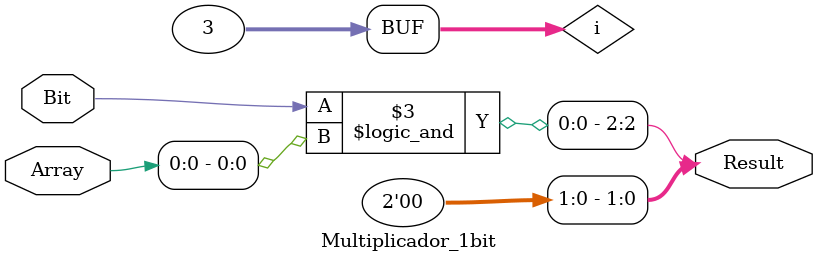
<source format=sv>
module Multiplicador_1bit #(parameter SHIFT=2, parameter TAMANO=2) 
(
	input logic Bit, 
	input logic [TAMANO-1:0] Array,
	output logic [2*TAMANO-2:0] Result
);
		
		
		int i;
		generate //el codigo de abajo va a hacer la multiplicacion a pata
			always@*
			for (i = 0; i < (2*TAMANO-1); i++) begin : loop
				
				if((i < SHIFT) || (i >= (TAMANO + SHIFT))) begin
					
					Result[i] = 1'b0; //le pone ceros en la posicion menos significativa para hacer el "shift
					//left
				end else begin
					Result[i] = Bit && Array[i-SHIFT]; //crea los pares de multiplicacion bit por bit
				end 
			end
		endgenerate
endmodule
</source>
